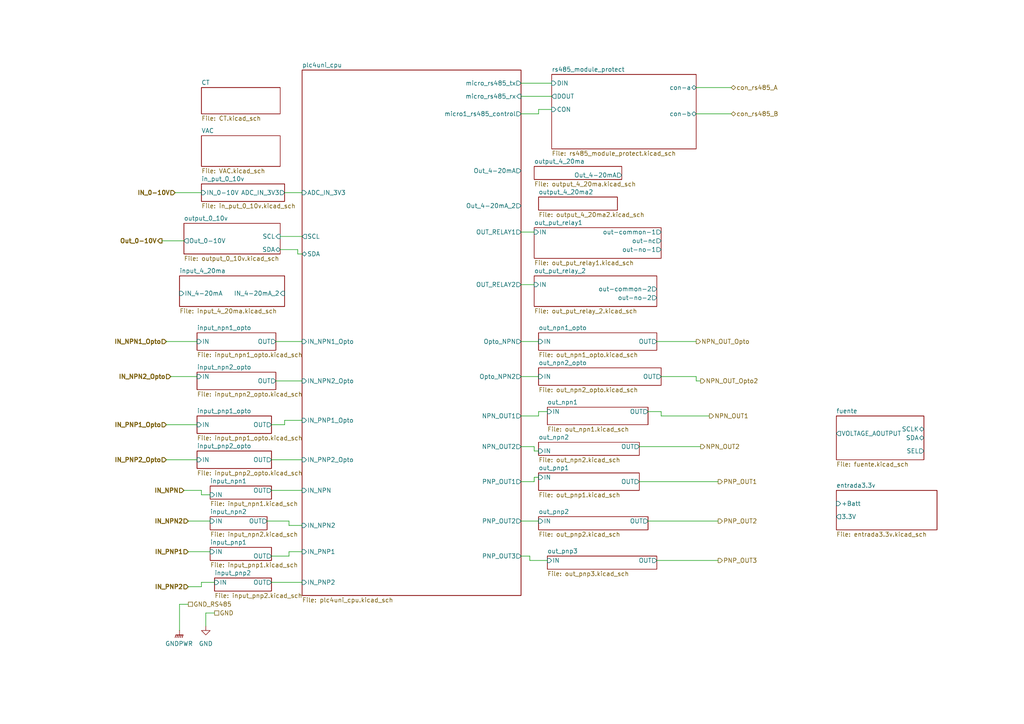
<source format=kicad_sch>
(kicad_sch (version 20250114) (generator "eeschema") (generator_version "9.0")
  (paper "A4")
  (lib_symbols
    (symbol "GP8211S-TC50:GNDPWR" (power) (pin_numbers (hide yes)) (pin_names (offset 0) (hide yes))
      (property "Value" "GNDPWR" (at 0 -3.302 0))
      (symbol "GNDPWR_0_1"
        (polyline (pts (xy -1.016 -1.27) (xy -1.27 -2.032) (xy -1.27 -2.032)) (stroke (width 0.2032)))
        (polyline (pts (xy -0.508 -1.27) (xy -0.762 -2.032) (xy -0.762 -2.032)) (stroke (width 0.2032)))
        (polyline (pts (xy 0 -1.27) (xy 0 0)))
        (polyline (pts (xy 0 -1.27) (xy -0.254 -2.032) (xy -0.254 -2.032)) (stroke (width 0.2032)))
        (polyline (pts (xy 0.508 -1.27) (xy 0.254 -2.032) (xy 0.254 -2.032)) (stroke (width 0.2032)))
        (polyline (pts (xy 1.016 -1.27) (xy -1.016 -1.27) (xy -1.016 -1.27)) (stroke (width 0.2032)))
        (polyline (pts (xy 1.016 -1.27) (xy 0.762 -2.032) (xy 0.762 -2.032) (xy 0.762 -2.032)) (stroke (width 0.2032)))
      )
      (symbol "GNDPWR_1_1"
        (pin power_in line (at 0 0 270) (length 0) (name "~") (number "1"))
      )
    )
    (symbol "power:GND" (power) (pin_numbers (hide yes)) (pin_names (offset 0) (hide yes))
      (property "Value" "GND" (at 0 -3.81 0))
      (symbol "GND_0_1"
        (polyline (pts (xy 0 0) (xy 0 -1.27) (xy 1.27 -1.27) (xy 0 -2.54) (xy -1.27 -1.27) (xy 0 -1.27)))
      )
      (symbol "GND_1_1"
        (pin power_in line (at 0 0 270) (length 0) (name "~") (number "1"))
      )
    )
  )
  (wire (pts (xy 158.75 162.56) (xy 153.67 162.56)))
  (wire (pts (xy 52.07 175.26) (xy 54.61 175.26)))
  (wire (pts (xy 81.28 68.58) (xy 87.63 68.58)))
  (wire (pts (xy 80.01 110.49) (xy 87.63 110.49)))
  (wire (pts (xy 153.67 161.29) (xy 151.13 161.29)))
  (wire (pts (xy 156.21 120.65) (xy 156.21 119.38)))
  (wire (pts (xy 78.74 123.19) (xy 82.55 123.19)))
  (wire (pts (xy 151.13 129.54) (xy 154.94 129.54)))
  (wire (pts (xy 151.13 120.65) (xy 156.21 120.65)))
  (wire (pts (xy 82.55 121.92) (xy 87.63 121.92)))
  (wire (pts (xy 156.21 31.75) (xy 160.02 31.75)))
  (wire (pts (xy 78.74 161.29) (xy 83.82 161.29)))
  (wire (pts (xy 151.13 24.13) (xy 160.02 24.13)))
  (wire (pts (xy 191.77 119.38) (xy 187.96 119.38)))
  (wire (pts (xy 83.82 160.02) (xy 87.63 160.02)))
  (wire (pts (xy 190.5 99.06) (xy 201.93 99.06)))
  (wire (pts (xy 48.26 99.06) (xy 57.15 99.06)))
  (wire (pts (xy 59.69 177.8) (xy 62.23 177.8)))
  (wire (pts (xy 82.55 123.19) (xy 82.55 121.92)))
  (wire (pts (xy 83.82 152.4) (xy 87.63 152.4)))
  (wire (pts (xy 154.94 130.81) (xy 156.21 130.81)))
  (wire (pts (xy 201.93 109.22) (xy 201.93 110.49)))
  (wire (pts (xy 78.74 133.35) (xy 87.63 133.35)))
  (wire (pts (xy 48.26 133.35) (xy 57.15 133.35)))
  (wire (pts (xy 151.13 99.06) (xy 156.21 99.06)))
  (wire (pts (xy 59.69 181.61) (xy 59.69 177.8)))
  (wire (pts (xy 58.42 143.51) (xy 60.96 143.51)))
  (wire (pts (xy 86.36 73.66) (xy 87.63 73.66)))
  (wire (pts (xy 201.93 33.02) (xy 212.09 33.02)))
  (wire (pts (xy 191.77 109.22) (xy 201.93 109.22)))
  (wire (pts (xy 81.28 72.39) (xy 86.36 72.39)))
  (wire (pts (xy 154.94 138.43) (xy 156.21 138.43)))
  (wire (pts (xy 52.07 182.88) (xy 52.07 175.26)))
  (wire (pts (xy 201.93 110.49) (xy 203.2 110.49)))
  (wire (pts (xy 201.93 25.4) (xy 212.09 25.4)))
  (wire (pts (xy 54.61 170.18) (xy 58.42 170.18)))
  (wire (pts (xy 190.5 162.56) (xy 208.28 162.56)))
  (wire (pts (xy 187.96 151.13) (xy 208.28 151.13)))
  (wire (pts (xy 151.13 82.55) (xy 154.94 82.55)))
  (wire (pts (xy 58.42 168.91) (xy 58.42 170.18)))
  (wire (pts (xy 151.13 109.22) (xy 156.21 109.22)))
  (wire (pts (xy 191.77 120.65) (xy 191.77 119.38)))
  (wire (pts (xy 151.13 33.02) (xy 156.21 33.02)))
  (wire (pts (xy 151.13 151.13) (xy 156.21 151.13)))
  (wire (pts (xy 156.21 33.02) (xy 156.21 31.75)))
  (wire (pts (xy 77.47 151.13) (xy 83.82 151.13)))
  (wire (pts (xy 151.13 67.31) (xy 154.94 67.31)))
  (wire (pts (xy 151.13 139.7) (xy 154.94 139.7)))
  (wire (pts (xy 80.01 99.06) (xy 87.63 99.06)))
  (wire (pts (xy 54.61 151.13) (xy 60.96 151.13)))
  (wire (pts (xy 58.42 142.24) (xy 58.42 143.51)))
  (wire (pts (xy 205.74 120.65) (xy 191.77 120.65)))
  (wire (pts (xy 78.74 142.24) (xy 87.63 142.24)))
  (wire (pts (xy 62.23 168.91) (xy 58.42 168.91)))
  (wire (pts (xy 50.8 55.88) (xy 58.42 55.88)))
  (wire (pts (xy 46.99 69.85) (xy 53.34 69.85)))
  (wire (pts (xy 48.26 123.19) (xy 57.15 123.19)))
  (wire (pts (xy 185.42 139.7) (xy 208.28 139.7)))
  (wire (pts (xy 54.61 160.02) (xy 60.96 160.02)))
  (wire (pts (xy 83.82 151.13) (xy 83.82 152.4)))
  (wire (pts (xy 154.94 129.54) (xy 154.94 130.81)))
  (wire (pts (xy 53.34 142.24) (xy 58.42 142.24)))
  (wire (pts (xy 153.67 162.56) (xy 153.67 161.29)))
  (wire (pts (xy 154.94 139.7) (xy 154.94 138.43)))
  (wire (pts (xy 151.13 27.94) (xy 160.02 27.94)))
  (wire (pts (xy 49.53 109.22) (xy 57.15 109.22)))
  (wire (pts (xy 156.21 119.38) (xy 158.75 119.38)))
  (wire (pts (xy 78.74 168.91) (xy 87.63 168.91)))
  (wire (pts (xy 86.36 72.39) (xy 86.36 73.66)))
  (wire (pts (xy 185.42 129.54) (xy 203.2 129.54)))
  (wire (pts (xy 83.82 161.29) (xy 83.82 160.02)))
  (wire (pts (xy 82.55 55.88) (xy 87.63 55.88)))
  (hierarchical_label "IN_PNP1" (shape input) (at 54.61 160.02 180) (effects (font (thickness 0.254) (bold yes))))
  (hierarchical_label "IN_0-10V" (shape input) (at 50.8 55.88 180) (effects (font (thickness 0.254) (bold yes))))
  (hierarchical_label "con_rs485_A" (shape bidirectional) (at 212.09 25.4 0))
  (hierarchical_label "IN_NPN" (shape input) (at 53.34 142.24 180) (effects (font (thickness 0.254) (bold yes))))
  (hierarchical_label "GND" (shape passive) (at 62.23 177.8 0))
  (hierarchical_label "IN_PNP2" (shape input) (at 54.61 170.18 180) (effects (font (thickness 0.254) (bold yes))))
  (hierarchical_label "PNP_OUT2" (shape output) (at 208.28 151.13 0))
  (hierarchical_label "Out_0-10V" (shape output) (at 46.99 69.85 180) (effects (font (thickness 0.254) (bold yes))))
  (hierarchical_label "NPN_OUT_Opto2" (shape output) (at 203.2 110.49 0))
  (hierarchical_label "NPN_OUT_Opto" (shape output) (at 201.93 99.06 0))
  (hierarchical_label "NPN_OUT1" (shape output) (at 205.74 120.65 0))
  (hierarchical_label "IN_PNP1_Opto" (shape input) (at 48.26 123.19 180) (effects (font (thickness 0.254) (bold yes))))
  (hierarchical_label "IN_NPN1_Opto" (shape input) (at 48.26 99.06 180) (effects (font (thickness 0.254) (bold yes))))
  (hierarchical_label "NPN_OUT2" (shape output) (at 203.2 129.54 0))
  (hierarchical_label "PNP_OUT3" (shape output) (at 208.28 162.56 0))
  (hierarchical_label "IN_NPN2_Opto" (shape input) (at 49.53 109.22 180) (effects (font (thickness 0.254) (bold yes))))
  (hierarchical_label "IN_PNP2_Opto" (shape input) (at 48.26 133.35 180) (effects (font (thickness 0.254) (bold yes))))
  (hierarchical_label "con_rs485_B" (shape bidirectional) (at 212.09 33.02 0))
  (hierarchical_label "GND_RS485" (shape passive) (at 54.61 175.26 0))
  (hierarchical_label "IN_NPN2" (shape input) (at 54.61 151.13 180) (effects (font (thickness 0.254) (bold yes))))
  (hierarchical_label "PNP_OUT1" (shape output) (at 208.28 139.7 0))
  (symbol (lib_id "power:GND") (at 59.69 181.61 0) (unit 1)
    (property "Reference" "#PWR022" (effects (hide yes)))
    (property "Value" "GND" (at 59.69 186.69 0))
    (property "Description" "Power symbol creates a global label with name \"GND\" , ground" (effects (hide yes)))
  )
  (symbol (lib_id "GP8211S-TC50:GNDPWR") (at 52.07 182.88 0) (unit 1)
    (property "Reference" "#PWR021" (effects (hide yes)))
    (property "Value" "GNDPWR" (at 51.943 186.69 0))
    (property "Description" "Power symbol creates a global label with name \"GNDPWR\" , global ground" (effects (hide yes)))
  )
  (sheet (at 158.75 118.11) (size 29.21 5.08) (stroke (width 0.1524))
    (property "Sheetname" "out_npn1" (at 158.75 117.3984 0) (effects (justify left bottom)))
    (property "Sheetfile" "out_npn1.kicad_sch" (at 158.75 123.7746 0) (effects (justify left top)))
    (pin "IN" input (at 158.75 119.38 180))
    (pin "OUT" output (at 187.96 119.38 0))
  )
  (sheet (at 58.42 39.37) (size 22.86 8.89) (stroke (width 0.1524))
    (property "Sheetname" "VAC" (at 58.42 38.6584 0) (effects (justify left bottom)))
    (property "Sheetfile" "VAC.kicad_sch" (at 58.42 48.8446 0) (effects (justify left top)))
  )
  (sheet (at 57.15 96.52) (size 22.86 5.08) (stroke (width 0.1524))
    (property "Sheetname" "input_npn1_opto" (at 57.15 95.8084 0) (effects (justify left bottom)))
    (property "Sheetfile" "input_npn1_opto.kicad_sch" (at 57.15 102.1846 0) (effects (justify left top)))
    (pin "IN" input (at 57.15 99.06 180))
    (pin "OUT" output (at 80.01 99.06 0))
  )
  (sheet (at 156.21 96.52) (size 34.29 5.08) (stroke (width 0.1524))
    (property "Sheetname" "out_npn1_opto" (at 156.21 95.8084 0) (effects (justify left bottom)))
    (property "Sheetfile" "out_npn1_opto.kicad_sch" (at 156.21 102.1846 0) (effects (justify left top)))
    (pin "IN" input (at 156.21 99.06 180))
    (pin "OUT" output (at 190.5 99.06 0))
  )
  (sheet (at 60.96 140.97) (size 17.78 3.81) (stroke (width 0.1524))
    (property "Sheetname" "input_npn1" (at 60.96 140.2584 0) (effects (justify left bottom)))
    (property "Sheetfile" "input_npn1.kicad_sch" (at 60.96 145.3646 0) (effects (justify left top)))
    (pin "IN" input (at 60.96 143.51 180))
    (pin "OUT" output (at 78.74 142.24 0))
  )
  (sheet (at 156.21 137.16) (size 29.21 5.08) (stroke (width 0.1524))
    (property "Sheetname" "out_pnp1" (at 156.21 136.4484 0) (effects (justify left bottom)))
    (property "Sheetfile" "out_pnp1.kicad_sch" (at 156.21 142.8246 0) (effects (justify left top)))
    (pin "IN" input (at 156.21 138.43 180))
    (pin "OUT" output (at 185.42 139.7 0))
  )
  (sheet (at 58.42 25.4) (size 22.86 7.62) (stroke (width 0.1524))
    (property "Sheetname" "CT" (at 58.42 24.6884 0) (effects (justify left bottom)))
    (property "Sheetfile" "CT.kicad_sch" (at 58.42 33.6046 0) (effects (justify left top)))
  )
  (sheet (at 53.34 64.77) (size 27.94 8.89) (stroke (width 0.1524))
    (property "Sheetname" "output_0_10v" (at 53.34 64.0584 0) (effects (justify left bottom)))
    (property "Sheetfile" "output_0_10v.kicad_sch" (at 53.34 74.2446 0) (effects (justify left top)))
    (pin "Out_0-10V" output (at 53.34 69.85 180))
    (pin "SCL" input (at 81.28 68.58 0))
    (pin "SDA" bidirectional (at 81.28 72.39 0))
  )
  (sheet (at 156.21 128.27) (size 29.21 3.81) (stroke (width 0.1524))
    (property "Sheetname" "out_npn2" (at 156.21 127.5584 0) (effects (justify left bottom)))
    (property "Sheetfile" "out_npn2.kicad_sch" (at 156.21 132.6646 0) (effects (justify left top)))
    (pin "IN" input (at 156.21 130.81 180))
    (pin "OUT" output (at 185.42 129.54 0))
  )
  (sheet (at 52.07 80.01) (size 30.48 8.89) (stroke (width 0.1524))
    (property "Sheetname" "input_4_20ma" (at 52.07 79.2984 0) (effects (justify left bottom)))
    (property "Sheetfile" "input_4_20ma.kicad_sch" (at 52.07 89.4846 0) (effects (justify left top)))
    (pin "IN_4-20mA" input (at 52.07 85.09 180))
    (pin "IN_4-20mA_2" input (at 82.55 85.09 0))
  )
  (sheet (at 62.23 167.64) (size 16.51 3.81) (stroke (width 0.1524))
    (property "Sheetname" "input_pnp2" (at 62.23 166.9284 0) (effects (justify left bottom)))
    (property "Sheetfile" "input_pnp2.kicad_sch" (at 62.23 172.0346 0) (effects (justify left top)))
    (pin "IN" input (at 62.23 168.91 180))
    (pin "OUT" output (at 78.74 168.91 0))
  )
  (sheet (at 156.21 106.68) (size 35.56 5.08) (stroke (width 0.1524))
    (property "Sheetname" "out_npn2_opto" (at 156.21 105.9684 0) (effects (justify left bottom)))
    (property "Sheetfile" "out_npn2_opto.kicad_sch" (at 156.21 112.3446 0) (effects (justify left top)))
    (pin "IN" input (at 156.21 109.22 180))
    (pin "OUT" output (at 191.77 109.22 0))
  )
  (sheet (at 154.94 66.04) (size 36.83 8.89) (stroke (width 0.1524))
    (property "Sheetname" "out_put_relay1" (at 154.94 65.3284 0) (effects (justify left bottom)))
    (property "Sheetfile" "out_put_relay1.kicad_sch" (at 154.94 75.5146 0) (effects (justify left top)))
    (pin "IN" input (at 154.94 67.31 180))
    (pin "out-common-1" output (at 191.77 67.31 0))
    (pin "out-nc" output (at 191.77 69.85 0))
    (pin "out-no-1" output (at 191.77 72.39 0))
  )
  (sheet (at 160.02 21.59) (size 41.91 21.59) (stroke (width 0.1524))
    (property "Sheetname" "rs485_module_protect" (at 160.02 20.8784 0) (effects (justify left bottom)))
    (property "Sheetfile" "rs485_module_protect.kicad_sch" (at 160.02 43.7646 0) (effects (justify left top)))
    (pin "con-a" bidirectional (at 201.93 25.4 0))
    (pin "con-b" bidirectional (at 201.93 33.02 0))
    (pin "CON" input (at 160.02 31.75 180))
    (pin "DIN" input (at 160.02 24.13 180))
    (pin "DOUT" output (at 160.02 27.94 180))
  )
  (sheet (at 158.75 161.29) (size 31.75 3.81) (stroke (width 0.1524))
    (property "Sheetname" "out_pnp3" (at 158.75 160.5784 0) (effects (justify left bottom)))
    (property "Sheetfile" "out_pnp3.kicad_sch" (at 158.75 165.6846 0) (effects (justify left top)))
    (pin "IN" input (at 158.75 162.56 180))
    (pin "OUT" output (at 190.5 162.56 0))
  )
  (sheet (at 57.15 120.65) (size 21.59 5.08) (stroke (width 0.1524))
    (property "Sheetname" "input_pnp1_opto" (at 57.15 119.9384 0) (effects (justify left bottom)))
    (property "Sheetfile" "input_pnp1_opto.kicad_sch" (at 57.15 126.3146 0) (effects (justify left top)))
    (pin "IN" input (at 57.15 123.19 180))
    (pin "OUT" output (at 78.74 123.19 0))
  )
  (sheet (at 87.63 20.32) (size 63.5 152.4) (stroke (width 0.1524))
    (property "Sheetname" "plc4uni_cpu" (at 87.63 19.6084 0) (effects (justify left bottom)))
    (property "Sheetfile" "plc4uni_cpu.kicad_sch" (at 87.63 173.3046 0) (effects (justify left top)))
    (pin "micro_rs485_rx" input (at 151.13 27.94 0))
    (pin "micro_rs485_tx" output (at 151.13 24.13 0))
    (pin "micro1_rs485_control" output (at 151.13 33.02 0))
    (pin "SCL" output (at 87.63 68.58 180))
    (pin "SDA" bidirectional (at 87.63 73.66 180))
    (pin "ADC_IN_3V3" input (at 87.63 55.88 180))
    (pin "NPN_OUT1" output (at 151.13 120.65 0))
    (pin "NPN_OUT2" output (at 151.13 129.54 0))
    (pin "Opto_NPN" output (at 151.13 99.06 0))
    (pin "Opto_NPN2" output (at 151.13 109.22 0))
    (pin "Out_4-20mA" output (at 151.13 49.53 0))
    (pin "Out_4-20mA_2" output (at 151.13 59.69 0))
    (pin "OUT_RELAY1" output (at 151.13 67.31 0))
    (pin "OUT_RELAY2" output (at 151.13 82.55 0))
    (pin "PNP_OUT1" output (at 151.13 139.7 0))
    (pin "PNP_OUT2" output (at 151.13 151.13 0))
    (pin "PNP_OUT3" output (at 151.13 161.29 0))
    (pin "IN_NPN" input (at 87.63 142.24 180))
    (pin "IN_NPN1_Opto" input (at 87.63 99.06 180))
    (pin "IN_NPN2" input (at 87.63 152.4 180))
    (pin "IN_NPN2_Opto" input (at 87.63 110.49 180))
    (pin "IN_PNP1" input (at 87.63 160.02 180))
    (pin "IN_PNP1_Opto" input (at 87.63 121.92 180))
    (pin "IN_PNP2" input (at 87.63 168.91 180))
    (pin "IN_PNP2_Opto" input (at 87.63 133.35 180))
  )
  (sheet (at 154.94 80.01) (size 35.56 8.89) (stroke (width 0.1524))
    (property "Sheetname" "out_put_relay_2" (at 154.94 79.2984 0) (effects (justify left bottom)))
    (property "Sheetfile" "out_put_relay_2.kicad_sch" (at 154.94 89.4846 0) (effects (justify left top)))
    (pin "IN" input (at 154.94 82.55 180))
    (pin "out-common-2" output (at 190.5 83.82 0))
    (pin "out-no-2" output (at 190.5 86.36 0))
  )
  (sheet (at 242.57 142.24) (size 29.21 11.43) (stroke (width 0.1524))
    (property "Sheetname" "entrada3.3v" (at 242.57 141.5284 0) (effects (justify left bottom)))
    (property "Sheetfile" "entrada3.3v.kicad_sch" (at 242.57 154.2546 0) (effects (justify left top)))
    (pin "+Batt" input (at 242.57 146.05 180))
    (pin "3.3V" output (at 242.57 149.86 180))
  )
  (sheet (at 57.15 130.81) (size 21.59 5.08) (stroke (width 0.1524))
    (property "Sheetname" "input_pnp2_opto" (at 57.15 130.0984 0) (effects (justify left bottom)))
    (property "Sheetfile" "input_pnp2_opto.kicad_sch" (at 57.15 136.4746 0) (effects (justify left top)))
    (pin "IN" input (at 57.15 133.35 180))
    (pin "OUT" output (at 78.74 133.35 0))
  )
  (sheet (at 60.96 158.75) (size 17.78 3.81) (stroke (width 0.1524))
    (property "Sheetname" "input_pnp1" (at 60.96 158.0384 0) (effects (justify left bottom)))
    (property "Sheetfile" "input_pnp1.kicad_sch" (at 60.96 163.1446 0) (effects (justify left top)))
    (pin "IN" input (at 60.96 160.02 180))
    (pin "OUT" output (at 78.74 161.29 0))
  )
  (sheet (at 156.21 57.15) (size 22.86 3.81) (stroke (width 0.1524))
    (property "Sheetname" "output_4_20ma2" (at 156.21 56.4384 0) (effects (justify left bottom)))
    (property "Sheetfile" "output_4_20ma2.kicad_sch" (at 156.21 61.5446 0) (effects (justify left top)))
  )
  (sheet (at 60.96 149.86) (size 16.51 3.81) (stroke (width 0.1524))
    (property "Sheetname" "input_npn2" (at 60.96 149.1484 0) (effects (justify left bottom)))
    (property "Sheetfile" "input_npn2.kicad_sch" (at 60.96 154.2546 0) (effects (justify left top)))
    (pin "IN" input (at 60.96 151.13 180))
    (pin "OUT" output (at 77.47 151.13 0))
  )
  (sheet (at 156.21 149.86) (size 31.75 3.81) (stroke (width 0.1524))
    (property "Sheetname" "out_pnp2" (at 156.21 149.1484 0) (effects (justify left bottom)))
    (property "Sheetfile" "out_pnp2.kicad_sch" (at 156.21 154.2546 0) (effects (justify left top)))
    (pin "IN" input (at 156.21 151.13 180))
    (pin "OUT" output (at 187.96 151.13 0))
  )
  (sheet (at 242.57 120.65) (size 25.4 12.7) (stroke (width 0.1524))
    (property "Sheetname" "fuente" (at 242.57 119.9384 0) (effects (justify left bottom)))
    (property "Sheetfile" "fuente.kicad_sch" (at 242.57 133.9346 0) (effects (justify left top)))
    (pin "SCLK" bidirectional (at 267.97 124.46 0))
    (pin "SDA" bidirectional (at 267.97 127 0))
    (pin "SEL" output (at 267.97 130.81 0))
    (pin "VOLTAGE_AOUTPUT" output (at 242.57 125.73 180))
  )
  (sheet (at 57.15 107.95) (size 22.86 5.08) (stroke (width 0.1524))
    (property "Sheetname" "input_npn2_opto" (at 57.15 107.2384 0) (effects (justify left bottom)))
    (property "Sheetfile" "input_npn2_opto.kicad_sch" (at 57.15 113.6146 0) (effects (justify left top)))
    (pin "IN" input (at 57.15 109.22 180))
    (pin "OUT" output (at 80.01 110.49 0))
  )
  (sheet (at 58.42 53.34) (size 24.13 5.08) (stroke (width 0.1524))
    (property "Sheetname" "in_put_0_10v" (at 58.42 52.6284 0) (effects (justify left bottom)))
    (property "Sheetfile" "in_put_0_10v.kicad_sch" (at 58.42 59.0046 0) (effects (justify left top)))
    (pin "ADC_IN_3V3" output (at 82.55 55.88 0))
    (pin "IN_0-10V" input (at 58.42 55.88 180))
  )
  (sheet (at 154.94 48.26) (size 25.4 3.81) (stroke (width 0.1524))
    (property "Sheetname" "output_4_20ma" (at 154.94 47.5484 0) (effects (justify left bottom)))
    (property "Sheetfile" "output_4_20ma.kicad_sch" (at 154.94 52.6546 0) (effects (justify left top)))
    (pin "Out_4-20mA" output (at 180.34 50.8 0))
  )
)
</source>
